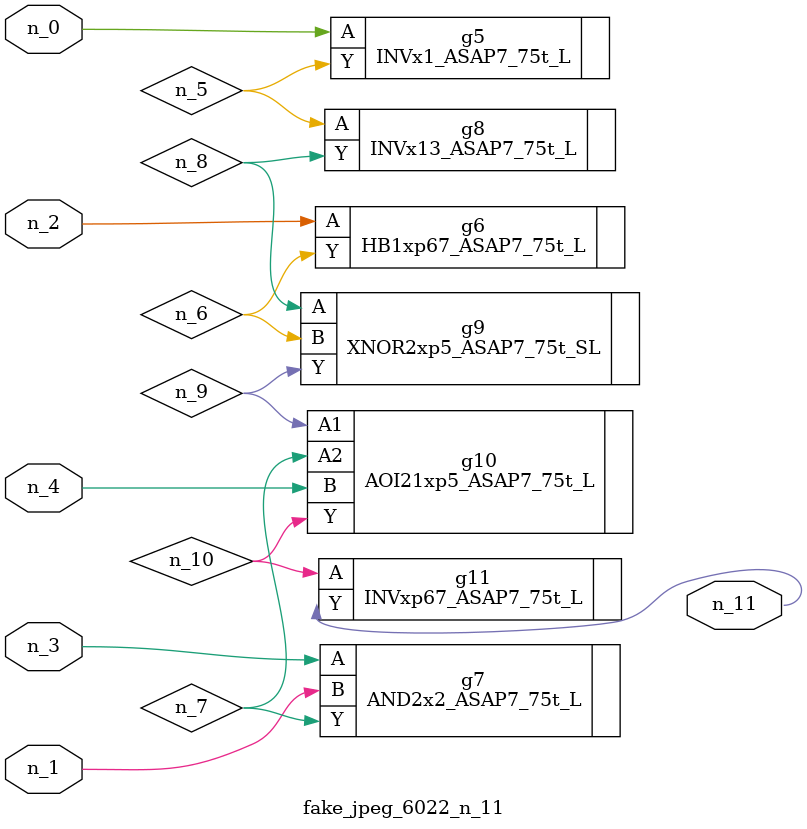
<source format=v>
module fake_jpeg_6022_n_11 (n_3, n_2, n_1, n_0, n_4, n_11);

input n_3;
input n_2;
input n_1;
input n_0;
input n_4;

output n_11;

wire n_10;
wire n_8;
wire n_9;
wire n_6;
wire n_5;
wire n_7;

INVx1_ASAP7_75t_L g5 ( 
.A(n_0),
.Y(n_5)
);

HB1xp67_ASAP7_75t_L g6 ( 
.A(n_2),
.Y(n_6)
);

AND2x2_ASAP7_75t_L g7 ( 
.A(n_3),
.B(n_1),
.Y(n_7)
);

INVx13_ASAP7_75t_L g8 ( 
.A(n_5),
.Y(n_8)
);

XNOR2xp5_ASAP7_75t_SL g9 ( 
.A(n_8),
.B(n_6),
.Y(n_9)
);

AOI21xp5_ASAP7_75t_L g10 ( 
.A1(n_9),
.A2(n_7),
.B(n_4),
.Y(n_10)
);

INVxp67_ASAP7_75t_L g11 ( 
.A(n_10),
.Y(n_11)
);


endmodule
</source>
